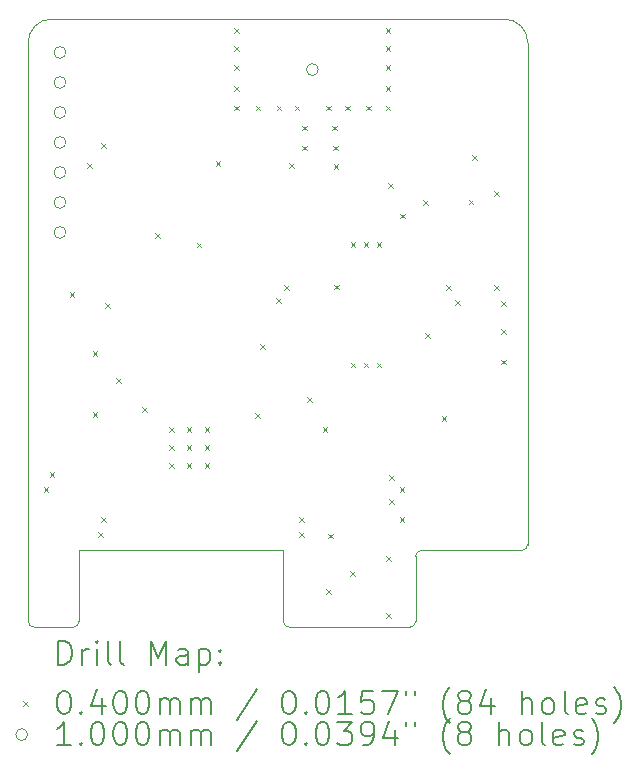
<source format=gbr>
%TF.GenerationSoftware,KiCad,Pcbnew,7.0.9*%
%TF.CreationDate,2023-12-30T12:31:23+01:00*%
%TF.ProjectId,ithowifi_4l,6974686f-7769-4666-995f-346c2e6b6963,rev?*%
%TF.SameCoordinates,Original*%
%TF.FileFunction,Drillmap*%
%TF.FilePolarity,Positive*%
%FSLAX45Y45*%
G04 Gerber Fmt 4.5, Leading zero omitted, Abs format (unit mm)*
G04 Created by KiCad (PCBNEW 7.0.9) date 2023-12-30 12:31:23*
%MOMM*%
%LPD*%
G01*
G04 APERTURE LIST*
%ADD10C,0.100000*%
%ADD11C,0.200000*%
G04 APERTURE END LIST*
D10*
X8303200Y-15596800D02*
G75*
G03*
X8353200Y-15646800I50000J0D01*
G01*
X12533200Y-10696800D02*
G75*
G03*
X12333200Y-10496800I-200000J0D01*
G01*
X12333200Y-10496800D02*
X8503200Y-10496800D01*
X12483200Y-14996800D02*
G75*
G03*
X12533200Y-14946800I0J50000D01*
G01*
X8683200Y-15646800D02*
X8353200Y-15646800D01*
X11533200Y-15646800D02*
X10513200Y-15646800D01*
X10463200Y-15596800D02*
G75*
G03*
X10513200Y-15646800I50000J0D01*
G01*
X11533200Y-15646800D02*
G75*
G03*
X11583200Y-15596800I0J50000D01*
G01*
X11583200Y-15596800D02*
X11583200Y-15046800D01*
X10463200Y-14996800D02*
X8733200Y-14996800D01*
X11633200Y-14996800D02*
G75*
G03*
X11583200Y-15046800I0J-50000D01*
G01*
X8733200Y-14996800D02*
X8733200Y-15596800D01*
X10463200Y-15596800D02*
X10463200Y-14996800D01*
X8683200Y-15646800D02*
G75*
G03*
X8733200Y-15596800I0J50000D01*
G01*
X8303200Y-15596800D02*
X8303200Y-10696800D01*
X8503200Y-10496800D02*
G75*
G03*
X8303200Y-10696800I0J-200000D01*
G01*
X12533200Y-10696800D02*
X12533200Y-14946800D01*
X12483200Y-14996800D02*
X11633200Y-14996800D01*
D11*
D10*
X8433121Y-14460539D02*
X8473121Y-14500539D01*
X8473121Y-14460539D02*
X8433121Y-14500539D01*
X8483920Y-14336080D02*
X8523920Y-14376080D01*
X8523920Y-14336080D02*
X8483920Y-14376080D01*
X8654100Y-12807000D02*
X8694100Y-12847000D01*
X8694100Y-12807000D02*
X8654100Y-12847000D01*
X8800000Y-11720000D02*
X8840000Y-11760000D01*
X8840000Y-11720000D02*
X8800000Y-11760000D01*
X8850000Y-13310000D02*
X8890000Y-13350000D01*
X8890000Y-13310000D02*
X8850000Y-13350000D01*
X8850000Y-13825000D02*
X8890000Y-13865000D01*
X8890000Y-13825000D02*
X8850000Y-13865000D01*
X8895400Y-14839000D02*
X8935400Y-14879000D01*
X8935400Y-14839000D02*
X8895400Y-14879000D01*
X8920000Y-14715000D02*
X8960000Y-14755000D01*
X8960000Y-14715000D02*
X8920000Y-14755000D01*
X8920800Y-11547160D02*
X8960800Y-11587160D01*
X8960800Y-11547160D02*
X8920800Y-11587160D01*
X8957500Y-12900000D02*
X8997500Y-12940000D01*
X8997500Y-12900000D02*
X8957500Y-12940000D01*
X9050000Y-13540000D02*
X9090000Y-13580000D01*
X9090000Y-13540000D02*
X9050000Y-13580000D01*
X9270000Y-13785000D02*
X9310000Y-13825000D01*
X9310000Y-13785000D02*
X9270000Y-13825000D01*
X9380000Y-12311700D02*
X9420000Y-12351700D01*
X9420000Y-12311700D02*
X9380000Y-12351700D01*
X9494840Y-13955080D02*
X9534840Y-13995080D01*
X9534840Y-13955080D02*
X9494840Y-13995080D01*
X9494840Y-14107480D02*
X9534840Y-14147480D01*
X9534840Y-14107480D02*
X9494840Y-14147480D01*
X9494840Y-14259880D02*
X9534840Y-14299880D01*
X9534840Y-14259880D02*
X9494840Y-14299880D01*
X9644700Y-13955080D02*
X9684700Y-13995080D01*
X9684700Y-13955080D02*
X9644700Y-13995080D01*
X9644700Y-14107480D02*
X9684700Y-14147480D01*
X9684700Y-14107480D02*
X9644700Y-14147480D01*
X9644700Y-14259880D02*
X9684700Y-14299880D01*
X9684700Y-14259880D02*
X9644700Y-14299880D01*
X9730000Y-12390000D02*
X9770000Y-12430000D01*
X9770000Y-12390000D02*
X9730000Y-12430000D01*
X9797100Y-13955080D02*
X9837100Y-13995080D01*
X9837100Y-13955080D02*
X9797100Y-13995080D01*
X9797100Y-14107480D02*
X9837100Y-14147480D01*
X9837100Y-14107480D02*
X9797100Y-14147480D01*
X9797100Y-14259880D02*
X9837100Y-14299880D01*
X9837100Y-14259880D02*
X9797100Y-14299880D01*
X9890000Y-11700000D02*
X9930000Y-11740000D01*
X9930000Y-11700000D02*
X9890000Y-11740000D01*
X10050000Y-10571800D02*
X10090000Y-10611800D01*
X10090000Y-10571800D02*
X10050000Y-10611800D01*
X10050000Y-10724200D02*
X10090000Y-10764200D01*
X10090000Y-10724200D02*
X10050000Y-10764200D01*
X10050000Y-10889300D02*
X10090000Y-10929300D01*
X10090000Y-10889300D02*
X10050000Y-10929300D01*
X10050000Y-11067100D02*
X10090000Y-11107100D01*
X10090000Y-11067100D02*
X10050000Y-11107100D01*
X10050000Y-11230000D02*
X10090000Y-11270000D01*
X10090000Y-11230000D02*
X10050000Y-11270000D01*
X10223200Y-13836800D02*
X10263200Y-13876800D01*
X10263200Y-13836800D02*
X10223200Y-13876800D01*
X10230000Y-11230000D02*
X10270000Y-11270000D01*
X10270000Y-11230000D02*
X10230000Y-11270000D01*
X10265200Y-13251500D02*
X10305200Y-13291500D01*
X10305200Y-13251500D02*
X10265200Y-13291500D01*
X10400000Y-12860000D02*
X10440000Y-12900000D01*
X10440000Y-12860000D02*
X10400000Y-12900000D01*
X10407800Y-11230000D02*
X10447800Y-11270000D01*
X10447800Y-11230000D02*
X10407800Y-11270000D01*
X10470000Y-12750000D02*
X10510000Y-12790000D01*
X10510000Y-12750000D02*
X10470000Y-12790000D01*
X10510000Y-11720000D02*
X10550000Y-11760000D01*
X10550000Y-11720000D02*
X10510000Y-11760000D01*
X10560000Y-11230000D02*
X10600000Y-11270000D01*
X10600000Y-11230000D02*
X10560000Y-11270000D01*
X10597200Y-14712000D02*
X10637200Y-14752000D01*
X10637200Y-14712000D02*
X10597200Y-14752000D01*
X10597200Y-14839000D02*
X10637200Y-14879000D01*
X10637200Y-14839000D02*
X10597200Y-14879000D01*
X10622600Y-11400000D02*
X10662600Y-11440000D01*
X10662600Y-11400000D02*
X10622600Y-11440000D01*
X10622600Y-11570000D02*
X10662600Y-11610000D01*
X10662600Y-11570000D02*
X10622600Y-11610000D01*
X10664940Y-13698540D02*
X10704940Y-13738540D01*
X10704940Y-13698540D02*
X10664940Y-13738540D01*
X10797460Y-13952540D02*
X10837460Y-13992540D01*
X10837460Y-13952540D02*
X10797460Y-13992540D01*
X10825800Y-11230000D02*
X10865800Y-11270000D01*
X10865800Y-11230000D02*
X10825800Y-11270000D01*
X10825800Y-15321600D02*
X10865800Y-15361600D01*
X10865800Y-15321600D02*
X10825800Y-15361600D01*
X10843150Y-14855100D02*
X10883150Y-14895100D01*
X10883150Y-14855100D02*
X10843150Y-14895100D01*
X10879500Y-11400000D02*
X10919500Y-11440000D01*
X10919500Y-11400000D02*
X10879500Y-11440000D01*
X10882400Y-11570000D02*
X10922400Y-11610000D01*
X10922400Y-11570000D02*
X10882400Y-11610000D01*
X10890000Y-11725000D02*
X10930000Y-11765000D01*
X10930000Y-11725000D02*
X10890000Y-11765000D01*
X10893200Y-12746801D02*
X10933200Y-12786801D01*
X10933200Y-12746801D02*
X10893200Y-12786801D01*
X10987100Y-11230000D02*
X11027100Y-11270000D01*
X11027100Y-11230000D02*
X10987100Y-11270000D01*
X11029000Y-15169200D02*
X11069000Y-15209200D01*
X11069000Y-15169200D02*
X11029000Y-15209200D01*
X11033200Y-12385360D02*
X11073200Y-12425360D01*
X11073200Y-12385360D02*
X11033200Y-12425360D01*
X11033200Y-13406800D02*
X11073200Y-13446800D01*
X11073200Y-13406800D02*
X11033200Y-13446800D01*
X11143200Y-12385360D02*
X11183200Y-12425360D01*
X11183200Y-12385360D02*
X11143200Y-12425360D01*
X11143200Y-13406800D02*
X11183200Y-13446800D01*
X11183200Y-13406800D02*
X11143200Y-13446800D01*
X11164900Y-11230000D02*
X11204900Y-11270000D01*
X11204900Y-11230000D02*
X11164900Y-11270000D01*
X11253200Y-12385360D02*
X11293200Y-12425360D01*
X11293200Y-12385360D02*
X11253200Y-12425360D01*
X11253200Y-13406800D02*
X11293200Y-13446800D01*
X11293200Y-13406800D02*
X11253200Y-13446800D01*
X11330000Y-10571800D02*
X11370000Y-10611800D01*
X11370000Y-10571800D02*
X11330000Y-10611800D01*
X11330000Y-10724200D02*
X11370000Y-10764200D01*
X11370000Y-10724200D02*
X11330000Y-10764200D01*
X11330000Y-10889300D02*
X11370000Y-10929300D01*
X11370000Y-10889300D02*
X11330000Y-10929300D01*
X11330000Y-11067100D02*
X11370000Y-11107100D01*
X11370000Y-11067100D02*
X11330000Y-11107100D01*
X11330000Y-11230000D02*
X11370000Y-11270000D01*
X11370000Y-11230000D02*
X11330000Y-11270000D01*
X11333800Y-15042200D02*
X11373800Y-15082200D01*
X11373800Y-15042200D02*
X11333800Y-15082200D01*
X11333800Y-15524800D02*
X11373800Y-15564800D01*
X11373800Y-15524800D02*
X11333800Y-15564800D01*
X11350000Y-11890000D02*
X11390000Y-11930000D01*
X11390000Y-11890000D02*
X11350000Y-11930000D01*
X11359200Y-14356400D02*
X11399200Y-14396400D01*
X11399200Y-14356400D02*
X11359200Y-14396400D01*
X11359200Y-14559600D02*
X11399200Y-14599600D01*
X11399200Y-14559600D02*
X11359200Y-14599600D01*
X11448100Y-14458000D02*
X11488100Y-14498000D01*
X11488100Y-14458000D02*
X11448100Y-14498000D01*
X11448100Y-14712000D02*
X11488100Y-14752000D01*
X11488100Y-14712000D02*
X11448100Y-14752000D01*
X11455001Y-12145000D02*
X11495001Y-12185000D01*
X11495001Y-12145000D02*
X11455001Y-12185000D01*
X11649700Y-12033900D02*
X11689700Y-12073900D01*
X11689700Y-12033900D02*
X11649700Y-12073900D01*
X11664999Y-13160000D02*
X11704999Y-13200000D01*
X11704999Y-13160000D02*
X11664999Y-13200000D01*
X11805000Y-13860000D02*
X11845000Y-13900000D01*
X11845000Y-13860000D02*
X11805000Y-13900000D01*
X11839568Y-12747618D02*
X11879568Y-12787618D01*
X11879568Y-12747618D02*
X11839568Y-12787618D01*
X11920000Y-12880000D02*
X11960000Y-12920000D01*
X11960000Y-12880000D02*
X11920000Y-12920000D01*
X12033200Y-12026800D02*
X12073200Y-12066800D01*
X12073200Y-12026800D02*
X12033200Y-12066800D01*
X12061309Y-11648690D02*
X12101309Y-11688690D01*
X12101309Y-11648690D02*
X12061309Y-11688690D01*
X12248200Y-11956100D02*
X12288200Y-11996100D01*
X12288200Y-11956100D02*
X12248200Y-11996100D01*
X12248200Y-12749850D02*
X12288200Y-12789850D01*
X12288200Y-12749850D02*
X12248200Y-12789850D01*
X12309000Y-13124000D02*
X12349000Y-13164000D01*
X12349000Y-13124000D02*
X12309000Y-13164000D01*
X12310000Y-12885000D02*
X12350000Y-12925000D01*
X12350000Y-12885000D02*
X12310000Y-12925000D01*
X12310000Y-13381000D02*
X12350000Y-13421000D01*
X12350000Y-13381000D02*
X12310000Y-13421000D01*
X8622500Y-10779760D02*
G75*
G03*
X8622500Y-10779760I-50000J0D01*
G01*
X8622500Y-11033760D02*
G75*
G03*
X8622500Y-11033760I-50000J0D01*
G01*
X8622500Y-11287760D02*
G75*
G03*
X8622500Y-11287760I-50000J0D01*
G01*
X8622500Y-11541760D02*
G75*
G03*
X8622500Y-11541760I-50000J0D01*
G01*
X8622500Y-11795760D02*
G75*
G03*
X8622500Y-11795760I-50000J0D01*
G01*
X8622500Y-12049760D02*
G75*
G03*
X8622500Y-12049760I-50000J0D01*
G01*
X8622500Y-12303760D02*
G75*
G03*
X8622500Y-12303760I-50000J0D01*
G01*
X10760078Y-10925146D02*
G75*
G03*
X10760078Y-10925146I-50000J0D01*
G01*
D11*
X8558977Y-15963284D02*
X8558977Y-15763284D01*
X8558977Y-15763284D02*
X8606596Y-15763284D01*
X8606596Y-15763284D02*
X8635167Y-15772808D01*
X8635167Y-15772808D02*
X8654215Y-15791855D01*
X8654215Y-15791855D02*
X8663739Y-15810903D01*
X8663739Y-15810903D02*
X8673263Y-15848998D01*
X8673263Y-15848998D02*
X8673263Y-15877569D01*
X8673263Y-15877569D02*
X8663739Y-15915665D01*
X8663739Y-15915665D02*
X8654215Y-15934712D01*
X8654215Y-15934712D02*
X8635167Y-15953760D01*
X8635167Y-15953760D02*
X8606596Y-15963284D01*
X8606596Y-15963284D02*
X8558977Y-15963284D01*
X8758977Y-15963284D02*
X8758977Y-15829950D01*
X8758977Y-15868046D02*
X8768501Y-15848998D01*
X8768501Y-15848998D02*
X8778024Y-15839474D01*
X8778024Y-15839474D02*
X8797072Y-15829950D01*
X8797072Y-15829950D02*
X8816120Y-15829950D01*
X8882786Y-15963284D02*
X8882786Y-15829950D01*
X8882786Y-15763284D02*
X8873263Y-15772808D01*
X8873263Y-15772808D02*
X8882786Y-15782331D01*
X8882786Y-15782331D02*
X8892310Y-15772808D01*
X8892310Y-15772808D02*
X8882786Y-15763284D01*
X8882786Y-15763284D02*
X8882786Y-15782331D01*
X9006596Y-15963284D02*
X8987548Y-15953760D01*
X8987548Y-15953760D02*
X8978024Y-15934712D01*
X8978024Y-15934712D02*
X8978024Y-15763284D01*
X9111358Y-15963284D02*
X9092310Y-15953760D01*
X9092310Y-15953760D02*
X9082786Y-15934712D01*
X9082786Y-15934712D02*
X9082786Y-15763284D01*
X9339929Y-15963284D02*
X9339929Y-15763284D01*
X9339929Y-15763284D02*
X9406596Y-15906141D01*
X9406596Y-15906141D02*
X9473263Y-15763284D01*
X9473263Y-15763284D02*
X9473263Y-15963284D01*
X9654215Y-15963284D02*
X9654215Y-15858522D01*
X9654215Y-15858522D02*
X9644691Y-15839474D01*
X9644691Y-15839474D02*
X9625644Y-15829950D01*
X9625644Y-15829950D02*
X9587548Y-15829950D01*
X9587548Y-15829950D02*
X9568501Y-15839474D01*
X9654215Y-15953760D02*
X9635167Y-15963284D01*
X9635167Y-15963284D02*
X9587548Y-15963284D01*
X9587548Y-15963284D02*
X9568501Y-15953760D01*
X9568501Y-15953760D02*
X9558977Y-15934712D01*
X9558977Y-15934712D02*
X9558977Y-15915665D01*
X9558977Y-15915665D02*
X9568501Y-15896617D01*
X9568501Y-15896617D02*
X9587548Y-15887093D01*
X9587548Y-15887093D02*
X9635167Y-15887093D01*
X9635167Y-15887093D02*
X9654215Y-15877569D01*
X9749453Y-15829950D02*
X9749453Y-16029950D01*
X9749453Y-15839474D02*
X9768501Y-15829950D01*
X9768501Y-15829950D02*
X9806596Y-15829950D01*
X9806596Y-15829950D02*
X9825644Y-15839474D01*
X9825644Y-15839474D02*
X9835167Y-15848998D01*
X9835167Y-15848998D02*
X9844691Y-15868046D01*
X9844691Y-15868046D02*
X9844691Y-15925188D01*
X9844691Y-15925188D02*
X9835167Y-15944236D01*
X9835167Y-15944236D02*
X9825644Y-15953760D01*
X9825644Y-15953760D02*
X9806596Y-15963284D01*
X9806596Y-15963284D02*
X9768501Y-15963284D01*
X9768501Y-15963284D02*
X9749453Y-15953760D01*
X9930405Y-15944236D02*
X9939929Y-15953760D01*
X9939929Y-15953760D02*
X9930405Y-15963284D01*
X9930405Y-15963284D02*
X9920882Y-15953760D01*
X9920882Y-15953760D02*
X9930405Y-15944236D01*
X9930405Y-15944236D02*
X9930405Y-15963284D01*
X9930405Y-15839474D02*
X9939929Y-15848998D01*
X9939929Y-15848998D02*
X9930405Y-15858522D01*
X9930405Y-15858522D02*
X9920882Y-15848998D01*
X9920882Y-15848998D02*
X9930405Y-15839474D01*
X9930405Y-15839474D02*
X9930405Y-15858522D01*
D10*
X8258200Y-16271800D02*
X8298200Y-16311800D01*
X8298200Y-16271800D02*
X8258200Y-16311800D01*
D11*
X8597072Y-16183284D02*
X8616120Y-16183284D01*
X8616120Y-16183284D02*
X8635167Y-16192808D01*
X8635167Y-16192808D02*
X8644691Y-16202331D01*
X8644691Y-16202331D02*
X8654215Y-16221379D01*
X8654215Y-16221379D02*
X8663739Y-16259474D01*
X8663739Y-16259474D02*
X8663739Y-16307093D01*
X8663739Y-16307093D02*
X8654215Y-16345188D01*
X8654215Y-16345188D02*
X8644691Y-16364236D01*
X8644691Y-16364236D02*
X8635167Y-16373760D01*
X8635167Y-16373760D02*
X8616120Y-16383284D01*
X8616120Y-16383284D02*
X8597072Y-16383284D01*
X8597072Y-16383284D02*
X8578024Y-16373760D01*
X8578024Y-16373760D02*
X8568501Y-16364236D01*
X8568501Y-16364236D02*
X8558977Y-16345188D01*
X8558977Y-16345188D02*
X8549453Y-16307093D01*
X8549453Y-16307093D02*
X8549453Y-16259474D01*
X8549453Y-16259474D02*
X8558977Y-16221379D01*
X8558977Y-16221379D02*
X8568501Y-16202331D01*
X8568501Y-16202331D02*
X8578024Y-16192808D01*
X8578024Y-16192808D02*
X8597072Y-16183284D01*
X8749453Y-16364236D02*
X8758977Y-16373760D01*
X8758977Y-16373760D02*
X8749453Y-16383284D01*
X8749453Y-16383284D02*
X8739929Y-16373760D01*
X8739929Y-16373760D02*
X8749453Y-16364236D01*
X8749453Y-16364236D02*
X8749453Y-16383284D01*
X8930405Y-16249950D02*
X8930405Y-16383284D01*
X8882786Y-16173760D02*
X8835167Y-16316617D01*
X8835167Y-16316617D02*
X8958977Y-16316617D01*
X9073263Y-16183284D02*
X9092310Y-16183284D01*
X9092310Y-16183284D02*
X9111358Y-16192808D01*
X9111358Y-16192808D02*
X9120882Y-16202331D01*
X9120882Y-16202331D02*
X9130405Y-16221379D01*
X9130405Y-16221379D02*
X9139929Y-16259474D01*
X9139929Y-16259474D02*
X9139929Y-16307093D01*
X9139929Y-16307093D02*
X9130405Y-16345188D01*
X9130405Y-16345188D02*
X9120882Y-16364236D01*
X9120882Y-16364236D02*
X9111358Y-16373760D01*
X9111358Y-16373760D02*
X9092310Y-16383284D01*
X9092310Y-16383284D02*
X9073263Y-16383284D01*
X9073263Y-16383284D02*
X9054215Y-16373760D01*
X9054215Y-16373760D02*
X9044691Y-16364236D01*
X9044691Y-16364236D02*
X9035167Y-16345188D01*
X9035167Y-16345188D02*
X9025644Y-16307093D01*
X9025644Y-16307093D02*
X9025644Y-16259474D01*
X9025644Y-16259474D02*
X9035167Y-16221379D01*
X9035167Y-16221379D02*
X9044691Y-16202331D01*
X9044691Y-16202331D02*
X9054215Y-16192808D01*
X9054215Y-16192808D02*
X9073263Y-16183284D01*
X9263739Y-16183284D02*
X9282786Y-16183284D01*
X9282786Y-16183284D02*
X9301834Y-16192808D01*
X9301834Y-16192808D02*
X9311358Y-16202331D01*
X9311358Y-16202331D02*
X9320882Y-16221379D01*
X9320882Y-16221379D02*
X9330405Y-16259474D01*
X9330405Y-16259474D02*
X9330405Y-16307093D01*
X9330405Y-16307093D02*
X9320882Y-16345188D01*
X9320882Y-16345188D02*
X9311358Y-16364236D01*
X9311358Y-16364236D02*
X9301834Y-16373760D01*
X9301834Y-16373760D02*
X9282786Y-16383284D01*
X9282786Y-16383284D02*
X9263739Y-16383284D01*
X9263739Y-16383284D02*
X9244691Y-16373760D01*
X9244691Y-16373760D02*
X9235167Y-16364236D01*
X9235167Y-16364236D02*
X9225644Y-16345188D01*
X9225644Y-16345188D02*
X9216120Y-16307093D01*
X9216120Y-16307093D02*
X9216120Y-16259474D01*
X9216120Y-16259474D02*
X9225644Y-16221379D01*
X9225644Y-16221379D02*
X9235167Y-16202331D01*
X9235167Y-16202331D02*
X9244691Y-16192808D01*
X9244691Y-16192808D02*
X9263739Y-16183284D01*
X9416120Y-16383284D02*
X9416120Y-16249950D01*
X9416120Y-16268998D02*
X9425644Y-16259474D01*
X9425644Y-16259474D02*
X9444691Y-16249950D01*
X9444691Y-16249950D02*
X9473263Y-16249950D01*
X9473263Y-16249950D02*
X9492310Y-16259474D01*
X9492310Y-16259474D02*
X9501834Y-16278522D01*
X9501834Y-16278522D02*
X9501834Y-16383284D01*
X9501834Y-16278522D02*
X9511358Y-16259474D01*
X9511358Y-16259474D02*
X9530405Y-16249950D01*
X9530405Y-16249950D02*
X9558977Y-16249950D01*
X9558977Y-16249950D02*
X9578025Y-16259474D01*
X9578025Y-16259474D02*
X9587548Y-16278522D01*
X9587548Y-16278522D02*
X9587548Y-16383284D01*
X9682786Y-16383284D02*
X9682786Y-16249950D01*
X9682786Y-16268998D02*
X9692310Y-16259474D01*
X9692310Y-16259474D02*
X9711358Y-16249950D01*
X9711358Y-16249950D02*
X9739929Y-16249950D01*
X9739929Y-16249950D02*
X9758977Y-16259474D01*
X9758977Y-16259474D02*
X9768501Y-16278522D01*
X9768501Y-16278522D02*
X9768501Y-16383284D01*
X9768501Y-16278522D02*
X9778025Y-16259474D01*
X9778025Y-16259474D02*
X9797072Y-16249950D01*
X9797072Y-16249950D02*
X9825644Y-16249950D01*
X9825644Y-16249950D02*
X9844691Y-16259474D01*
X9844691Y-16259474D02*
X9854215Y-16278522D01*
X9854215Y-16278522D02*
X9854215Y-16383284D01*
X10244691Y-16173760D02*
X10073263Y-16430903D01*
X10501834Y-16183284D02*
X10520882Y-16183284D01*
X10520882Y-16183284D02*
X10539929Y-16192808D01*
X10539929Y-16192808D02*
X10549453Y-16202331D01*
X10549453Y-16202331D02*
X10558977Y-16221379D01*
X10558977Y-16221379D02*
X10568501Y-16259474D01*
X10568501Y-16259474D02*
X10568501Y-16307093D01*
X10568501Y-16307093D02*
X10558977Y-16345188D01*
X10558977Y-16345188D02*
X10549453Y-16364236D01*
X10549453Y-16364236D02*
X10539929Y-16373760D01*
X10539929Y-16373760D02*
X10520882Y-16383284D01*
X10520882Y-16383284D02*
X10501834Y-16383284D01*
X10501834Y-16383284D02*
X10482787Y-16373760D01*
X10482787Y-16373760D02*
X10473263Y-16364236D01*
X10473263Y-16364236D02*
X10463739Y-16345188D01*
X10463739Y-16345188D02*
X10454215Y-16307093D01*
X10454215Y-16307093D02*
X10454215Y-16259474D01*
X10454215Y-16259474D02*
X10463739Y-16221379D01*
X10463739Y-16221379D02*
X10473263Y-16202331D01*
X10473263Y-16202331D02*
X10482787Y-16192808D01*
X10482787Y-16192808D02*
X10501834Y-16183284D01*
X10654215Y-16364236D02*
X10663739Y-16373760D01*
X10663739Y-16373760D02*
X10654215Y-16383284D01*
X10654215Y-16383284D02*
X10644691Y-16373760D01*
X10644691Y-16373760D02*
X10654215Y-16364236D01*
X10654215Y-16364236D02*
X10654215Y-16383284D01*
X10787548Y-16183284D02*
X10806596Y-16183284D01*
X10806596Y-16183284D02*
X10825644Y-16192808D01*
X10825644Y-16192808D02*
X10835168Y-16202331D01*
X10835168Y-16202331D02*
X10844691Y-16221379D01*
X10844691Y-16221379D02*
X10854215Y-16259474D01*
X10854215Y-16259474D02*
X10854215Y-16307093D01*
X10854215Y-16307093D02*
X10844691Y-16345188D01*
X10844691Y-16345188D02*
X10835168Y-16364236D01*
X10835168Y-16364236D02*
X10825644Y-16373760D01*
X10825644Y-16373760D02*
X10806596Y-16383284D01*
X10806596Y-16383284D02*
X10787548Y-16383284D01*
X10787548Y-16383284D02*
X10768501Y-16373760D01*
X10768501Y-16373760D02*
X10758977Y-16364236D01*
X10758977Y-16364236D02*
X10749453Y-16345188D01*
X10749453Y-16345188D02*
X10739929Y-16307093D01*
X10739929Y-16307093D02*
X10739929Y-16259474D01*
X10739929Y-16259474D02*
X10749453Y-16221379D01*
X10749453Y-16221379D02*
X10758977Y-16202331D01*
X10758977Y-16202331D02*
X10768501Y-16192808D01*
X10768501Y-16192808D02*
X10787548Y-16183284D01*
X11044691Y-16383284D02*
X10930406Y-16383284D01*
X10987548Y-16383284D02*
X10987548Y-16183284D01*
X10987548Y-16183284D02*
X10968501Y-16211855D01*
X10968501Y-16211855D02*
X10949453Y-16230903D01*
X10949453Y-16230903D02*
X10930406Y-16240427D01*
X11225644Y-16183284D02*
X11130406Y-16183284D01*
X11130406Y-16183284D02*
X11120882Y-16278522D01*
X11120882Y-16278522D02*
X11130406Y-16268998D01*
X11130406Y-16268998D02*
X11149453Y-16259474D01*
X11149453Y-16259474D02*
X11197072Y-16259474D01*
X11197072Y-16259474D02*
X11216120Y-16268998D01*
X11216120Y-16268998D02*
X11225644Y-16278522D01*
X11225644Y-16278522D02*
X11235167Y-16297569D01*
X11235167Y-16297569D02*
X11235167Y-16345188D01*
X11235167Y-16345188D02*
X11225644Y-16364236D01*
X11225644Y-16364236D02*
X11216120Y-16373760D01*
X11216120Y-16373760D02*
X11197072Y-16383284D01*
X11197072Y-16383284D02*
X11149453Y-16383284D01*
X11149453Y-16383284D02*
X11130406Y-16373760D01*
X11130406Y-16373760D02*
X11120882Y-16364236D01*
X11301834Y-16183284D02*
X11435167Y-16183284D01*
X11435167Y-16183284D02*
X11349453Y-16383284D01*
X11501834Y-16183284D02*
X11501834Y-16221379D01*
X11578025Y-16183284D02*
X11578025Y-16221379D01*
X11873263Y-16459474D02*
X11863739Y-16449950D01*
X11863739Y-16449950D02*
X11844691Y-16421379D01*
X11844691Y-16421379D02*
X11835168Y-16402331D01*
X11835168Y-16402331D02*
X11825644Y-16373760D01*
X11825644Y-16373760D02*
X11816120Y-16326141D01*
X11816120Y-16326141D02*
X11816120Y-16288046D01*
X11816120Y-16288046D02*
X11825644Y-16240427D01*
X11825644Y-16240427D02*
X11835168Y-16211855D01*
X11835168Y-16211855D02*
X11844691Y-16192808D01*
X11844691Y-16192808D02*
X11863739Y-16164236D01*
X11863739Y-16164236D02*
X11873263Y-16154712D01*
X11978025Y-16268998D02*
X11958977Y-16259474D01*
X11958977Y-16259474D02*
X11949453Y-16249950D01*
X11949453Y-16249950D02*
X11939929Y-16230903D01*
X11939929Y-16230903D02*
X11939929Y-16221379D01*
X11939929Y-16221379D02*
X11949453Y-16202331D01*
X11949453Y-16202331D02*
X11958977Y-16192808D01*
X11958977Y-16192808D02*
X11978025Y-16183284D01*
X11978025Y-16183284D02*
X12016120Y-16183284D01*
X12016120Y-16183284D02*
X12035168Y-16192808D01*
X12035168Y-16192808D02*
X12044691Y-16202331D01*
X12044691Y-16202331D02*
X12054215Y-16221379D01*
X12054215Y-16221379D02*
X12054215Y-16230903D01*
X12054215Y-16230903D02*
X12044691Y-16249950D01*
X12044691Y-16249950D02*
X12035168Y-16259474D01*
X12035168Y-16259474D02*
X12016120Y-16268998D01*
X12016120Y-16268998D02*
X11978025Y-16268998D01*
X11978025Y-16268998D02*
X11958977Y-16278522D01*
X11958977Y-16278522D02*
X11949453Y-16288046D01*
X11949453Y-16288046D02*
X11939929Y-16307093D01*
X11939929Y-16307093D02*
X11939929Y-16345188D01*
X11939929Y-16345188D02*
X11949453Y-16364236D01*
X11949453Y-16364236D02*
X11958977Y-16373760D01*
X11958977Y-16373760D02*
X11978025Y-16383284D01*
X11978025Y-16383284D02*
X12016120Y-16383284D01*
X12016120Y-16383284D02*
X12035168Y-16373760D01*
X12035168Y-16373760D02*
X12044691Y-16364236D01*
X12044691Y-16364236D02*
X12054215Y-16345188D01*
X12054215Y-16345188D02*
X12054215Y-16307093D01*
X12054215Y-16307093D02*
X12044691Y-16288046D01*
X12044691Y-16288046D02*
X12035168Y-16278522D01*
X12035168Y-16278522D02*
X12016120Y-16268998D01*
X12225644Y-16249950D02*
X12225644Y-16383284D01*
X12178025Y-16173760D02*
X12130406Y-16316617D01*
X12130406Y-16316617D02*
X12254215Y-16316617D01*
X12482787Y-16383284D02*
X12482787Y-16183284D01*
X12568501Y-16383284D02*
X12568501Y-16278522D01*
X12568501Y-16278522D02*
X12558977Y-16259474D01*
X12558977Y-16259474D02*
X12539930Y-16249950D01*
X12539930Y-16249950D02*
X12511358Y-16249950D01*
X12511358Y-16249950D02*
X12492310Y-16259474D01*
X12492310Y-16259474D02*
X12482787Y-16268998D01*
X12692310Y-16383284D02*
X12673263Y-16373760D01*
X12673263Y-16373760D02*
X12663739Y-16364236D01*
X12663739Y-16364236D02*
X12654215Y-16345188D01*
X12654215Y-16345188D02*
X12654215Y-16288046D01*
X12654215Y-16288046D02*
X12663739Y-16268998D01*
X12663739Y-16268998D02*
X12673263Y-16259474D01*
X12673263Y-16259474D02*
X12692310Y-16249950D01*
X12692310Y-16249950D02*
X12720882Y-16249950D01*
X12720882Y-16249950D02*
X12739930Y-16259474D01*
X12739930Y-16259474D02*
X12749453Y-16268998D01*
X12749453Y-16268998D02*
X12758977Y-16288046D01*
X12758977Y-16288046D02*
X12758977Y-16345188D01*
X12758977Y-16345188D02*
X12749453Y-16364236D01*
X12749453Y-16364236D02*
X12739930Y-16373760D01*
X12739930Y-16373760D02*
X12720882Y-16383284D01*
X12720882Y-16383284D02*
X12692310Y-16383284D01*
X12873263Y-16383284D02*
X12854215Y-16373760D01*
X12854215Y-16373760D02*
X12844691Y-16354712D01*
X12844691Y-16354712D02*
X12844691Y-16183284D01*
X13025644Y-16373760D02*
X13006596Y-16383284D01*
X13006596Y-16383284D02*
X12968501Y-16383284D01*
X12968501Y-16383284D02*
X12949453Y-16373760D01*
X12949453Y-16373760D02*
X12939930Y-16354712D01*
X12939930Y-16354712D02*
X12939930Y-16278522D01*
X12939930Y-16278522D02*
X12949453Y-16259474D01*
X12949453Y-16259474D02*
X12968501Y-16249950D01*
X12968501Y-16249950D02*
X13006596Y-16249950D01*
X13006596Y-16249950D02*
X13025644Y-16259474D01*
X13025644Y-16259474D02*
X13035168Y-16278522D01*
X13035168Y-16278522D02*
X13035168Y-16297569D01*
X13035168Y-16297569D02*
X12939930Y-16316617D01*
X13111358Y-16373760D02*
X13130406Y-16383284D01*
X13130406Y-16383284D02*
X13168501Y-16383284D01*
X13168501Y-16383284D02*
X13187549Y-16373760D01*
X13187549Y-16373760D02*
X13197072Y-16354712D01*
X13197072Y-16354712D02*
X13197072Y-16345188D01*
X13197072Y-16345188D02*
X13187549Y-16326141D01*
X13187549Y-16326141D02*
X13168501Y-16316617D01*
X13168501Y-16316617D02*
X13139930Y-16316617D01*
X13139930Y-16316617D02*
X13120882Y-16307093D01*
X13120882Y-16307093D02*
X13111358Y-16288046D01*
X13111358Y-16288046D02*
X13111358Y-16278522D01*
X13111358Y-16278522D02*
X13120882Y-16259474D01*
X13120882Y-16259474D02*
X13139930Y-16249950D01*
X13139930Y-16249950D02*
X13168501Y-16249950D01*
X13168501Y-16249950D02*
X13187549Y-16259474D01*
X13263739Y-16459474D02*
X13273263Y-16449950D01*
X13273263Y-16449950D02*
X13292311Y-16421379D01*
X13292311Y-16421379D02*
X13301834Y-16402331D01*
X13301834Y-16402331D02*
X13311358Y-16373760D01*
X13311358Y-16373760D02*
X13320882Y-16326141D01*
X13320882Y-16326141D02*
X13320882Y-16288046D01*
X13320882Y-16288046D02*
X13311358Y-16240427D01*
X13311358Y-16240427D02*
X13301834Y-16211855D01*
X13301834Y-16211855D02*
X13292311Y-16192808D01*
X13292311Y-16192808D02*
X13273263Y-16164236D01*
X13273263Y-16164236D02*
X13263739Y-16154712D01*
D10*
X8298200Y-16555800D02*
G75*
G03*
X8298200Y-16555800I-50000J0D01*
G01*
D11*
X8663739Y-16647284D02*
X8549453Y-16647284D01*
X8606596Y-16647284D02*
X8606596Y-16447284D01*
X8606596Y-16447284D02*
X8587548Y-16475855D01*
X8587548Y-16475855D02*
X8568501Y-16494903D01*
X8568501Y-16494903D02*
X8549453Y-16504427D01*
X8749453Y-16628236D02*
X8758977Y-16637760D01*
X8758977Y-16637760D02*
X8749453Y-16647284D01*
X8749453Y-16647284D02*
X8739929Y-16637760D01*
X8739929Y-16637760D02*
X8749453Y-16628236D01*
X8749453Y-16628236D02*
X8749453Y-16647284D01*
X8882786Y-16447284D02*
X8901834Y-16447284D01*
X8901834Y-16447284D02*
X8920882Y-16456808D01*
X8920882Y-16456808D02*
X8930405Y-16466331D01*
X8930405Y-16466331D02*
X8939929Y-16485379D01*
X8939929Y-16485379D02*
X8949453Y-16523474D01*
X8949453Y-16523474D02*
X8949453Y-16571093D01*
X8949453Y-16571093D02*
X8939929Y-16609188D01*
X8939929Y-16609188D02*
X8930405Y-16628236D01*
X8930405Y-16628236D02*
X8920882Y-16637760D01*
X8920882Y-16637760D02*
X8901834Y-16647284D01*
X8901834Y-16647284D02*
X8882786Y-16647284D01*
X8882786Y-16647284D02*
X8863739Y-16637760D01*
X8863739Y-16637760D02*
X8854215Y-16628236D01*
X8854215Y-16628236D02*
X8844691Y-16609188D01*
X8844691Y-16609188D02*
X8835167Y-16571093D01*
X8835167Y-16571093D02*
X8835167Y-16523474D01*
X8835167Y-16523474D02*
X8844691Y-16485379D01*
X8844691Y-16485379D02*
X8854215Y-16466331D01*
X8854215Y-16466331D02*
X8863739Y-16456808D01*
X8863739Y-16456808D02*
X8882786Y-16447284D01*
X9073263Y-16447284D02*
X9092310Y-16447284D01*
X9092310Y-16447284D02*
X9111358Y-16456808D01*
X9111358Y-16456808D02*
X9120882Y-16466331D01*
X9120882Y-16466331D02*
X9130405Y-16485379D01*
X9130405Y-16485379D02*
X9139929Y-16523474D01*
X9139929Y-16523474D02*
X9139929Y-16571093D01*
X9139929Y-16571093D02*
X9130405Y-16609188D01*
X9130405Y-16609188D02*
X9120882Y-16628236D01*
X9120882Y-16628236D02*
X9111358Y-16637760D01*
X9111358Y-16637760D02*
X9092310Y-16647284D01*
X9092310Y-16647284D02*
X9073263Y-16647284D01*
X9073263Y-16647284D02*
X9054215Y-16637760D01*
X9054215Y-16637760D02*
X9044691Y-16628236D01*
X9044691Y-16628236D02*
X9035167Y-16609188D01*
X9035167Y-16609188D02*
X9025644Y-16571093D01*
X9025644Y-16571093D02*
X9025644Y-16523474D01*
X9025644Y-16523474D02*
X9035167Y-16485379D01*
X9035167Y-16485379D02*
X9044691Y-16466331D01*
X9044691Y-16466331D02*
X9054215Y-16456808D01*
X9054215Y-16456808D02*
X9073263Y-16447284D01*
X9263739Y-16447284D02*
X9282786Y-16447284D01*
X9282786Y-16447284D02*
X9301834Y-16456808D01*
X9301834Y-16456808D02*
X9311358Y-16466331D01*
X9311358Y-16466331D02*
X9320882Y-16485379D01*
X9320882Y-16485379D02*
X9330405Y-16523474D01*
X9330405Y-16523474D02*
X9330405Y-16571093D01*
X9330405Y-16571093D02*
X9320882Y-16609188D01*
X9320882Y-16609188D02*
X9311358Y-16628236D01*
X9311358Y-16628236D02*
X9301834Y-16637760D01*
X9301834Y-16637760D02*
X9282786Y-16647284D01*
X9282786Y-16647284D02*
X9263739Y-16647284D01*
X9263739Y-16647284D02*
X9244691Y-16637760D01*
X9244691Y-16637760D02*
X9235167Y-16628236D01*
X9235167Y-16628236D02*
X9225644Y-16609188D01*
X9225644Y-16609188D02*
X9216120Y-16571093D01*
X9216120Y-16571093D02*
X9216120Y-16523474D01*
X9216120Y-16523474D02*
X9225644Y-16485379D01*
X9225644Y-16485379D02*
X9235167Y-16466331D01*
X9235167Y-16466331D02*
X9244691Y-16456808D01*
X9244691Y-16456808D02*
X9263739Y-16447284D01*
X9416120Y-16647284D02*
X9416120Y-16513950D01*
X9416120Y-16532998D02*
X9425644Y-16523474D01*
X9425644Y-16523474D02*
X9444691Y-16513950D01*
X9444691Y-16513950D02*
X9473263Y-16513950D01*
X9473263Y-16513950D02*
X9492310Y-16523474D01*
X9492310Y-16523474D02*
X9501834Y-16542522D01*
X9501834Y-16542522D02*
X9501834Y-16647284D01*
X9501834Y-16542522D02*
X9511358Y-16523474D01*
X9511358Y-16523474D02*
X9530405Y-16513950D01*
X9530405Y-16513950D02*
X9558977Y-16513950D01*
X9558977Y-16513950D02*
X9578025Y-16523474D01*
X9578025Y-16523474D02*
X9587548Y-16542522D01*
X9587548Y-16542522D02*
X9587548Y-16647284D01*
X9682786Y-16647284D02*
X9682786Y-16513950D01*
X9682786Y-16532998D02*
X9692310Y-16523474D01*
X9692310Y-16523474D02*
X9711358Y-16513950D01*
X9711358Y-16513950D02*
X9739929Y-16513950D01*
X9739929Y-16513950D02*
X9758977Y-16523474D01*
X9758977Y-16523474D02*
X9768501Y-16542522D01*
X9768501Y-16542522D02*
X9768501Y-16647284D01*
X9768501Y-16542522D02*
X9778025Y-16523474D01*
X9778025Y-16523474D02*
X9797072Y-16513950D01*
X9797072Y-16513950D02*
X9825644Y-16513950D01*
X9825644Y-16513950D02*
X9844691Y-16523474D01*
X9844691Y-16523474D02*
X9854215Y-16542522D01*
X9854215Y-16542522D02*
X9854215Y-16647284D01*
X10244691Y-16437760D02*
X10073263Y-16694903D01*
X10501834Y-16447284D02*
X10520882Y-16447284D01*
X10520882Y-16447284D02*
X10539929Y-16456808D01*
X10539929Y-16456808D02*
X10549453Y-16466331D01*
X10549453Y-16466331D02*
X10558977Y-16485379D01*
X10558977Y-16485379D02*
X10568501Y-16523474D01*
X10568501Y-16523474D02*
X10568501Y-16571093D01*
X10568501Y-16571093D02*
X10558977Y-16609188D01*
X10558977Y-16609188D02*
X10549453Y-16628236D01*
X10549453Y-16628236D02*
X10539929Y-16637760D01*
X10539929Y-16637760D02*
X10520882Y-16647284D01*
X10520882Y-16647284D02*
X10501834Y-16647284D01*
X10501834Y-16647284D02*
X10482787Y-16637760D01*
X10482787Y-16637760D02*
X10473263Y-16628236D01*
X10473263Y-16628236D02*
X10463739Y-16609188D01*
X10463739Y-16609188D02*
X10454215Y-16571093D01*
X10454215Y-16571093D02*
X10454215Y-16523474D01*
X10454215Y-16523474D02*
X10463739Y-16485379D01*
X10463739Y-16485379D02*
X10473263Y-16466331D01*
X10473263Y-16466331D02*
X10482787Y-16456808D01*
X10482787Y-16456808D02*
X10501834Y-16447284D01*
X10654215Y-16628236D02*
X10663739Y-16637760D01*
X10663739Y-16637760D02*
X10654215Y-16647284D01*
X10654215Y-16647284D02*
X10644691Y-16637760D01*
X10644691Y-16637760D02*
X10654215Y-16628236D01*
X10654215Y-16628236D02*
X10654215Y-16647284D01*
X10787548Y-16447284D02*
X10806596Y-16447284D01*
X10806596Y-16447284D02*
X10825644Y-16456808D01*
X10825644Y-16456808D02*
X10835168Y-16466331D01*
X10835168Y-16466331D02*
X10844691Y-16485379D01*
X10844691Y-16485379D02*
X10854215Y-16523474D01*
X10854215Y-16523474D02*
X10854215Y-16571093D01*
X10854215Y-16571093D02*
X10844691Y-16609188D01*
X10844691Y-16609188D02*
X10835168Y-16628236D01*
X10835168Y-16628236D02*
X10825644Y-16637760D01*
X10825644Y-16637760D02*
X10806596Y-16647284D01*
X10806596Y-16647284D02*
X10787548Y-16647284D01*
X10787548Y-16647284D02*
X10768501Y-16637760D01*
X10768501Y-16637760D02*
X10758977Y-16628236D01*
X10758977Y-16628236D02*
X10749453Y-16609188D01*
X10749453Y-16609188D02*
X10739929Y-16571093D01*
X10739929Y-16571093D02*
X10739929Y-16523474D01*
X10739929Y-16523474D02*
X10749453Y-16485379D01*
X10749453Y-16485379D02*
X10758977Y-16466331D01*
X10758977Y-16466331D02*
X10768501Y-16456808D01*
X10768501Y-16456808D02*
X10787548Y-16447284D01*
X10920882Y-16447284D02*
X11044691Y-16447284D01*
X11044691Y-16447284D02*
X10978025Y-16523474D01*
X10978025Y-16523474D02*
X11006596Y-16523474D01*
X11006596Y-16523474D02*
X11025644Y-16532998D01*
X11025644Y-16532998D02*
X11035168Y-16542522D01*
X11035168Y-16542522D02*
X11044691Y-16561569D01*
X11044691Y-16561569D02*
X11044691Y-16609188D01*
X11044691Y-16609188D02*
X11035168Y-16628236D01*
X11035168Y-16628236D02*
X11025644Y-16637760D01*
X11025644Y-16637760D02*
X11006596Y-16647284D01*
X11006596Y-16647284D02*
X10949453Y-16647284D01*
X10949453Y-16647284D02*
X10930406Y-16637760D01*
X10930406Y-16637760D02*
X10920882Y-16628236D01*
X11139929Y-16647284D02*
X11178025Y-16647284D01*
X11178025Y-16647284D02*
X11197072Y-16637760D01*
X11197072Y-16637760D02*
X11206596Y-16628236D01*
X11206596Y-16628236D02*
X11225644Y-16599665D01*
X11225644Y-16599665D02*
X11235167Y-16561569D01*
X11235167Y-16561569D02*
X11235167Y-16485379D01*
X11235167Y-16485379D02*
X11225644Y-16466331D01*
X11225644Y-16466331D02*
X11216120Y-16456808D01*
X11216120Y-16456808D02*
X11197072Y-16447284D01*
X11197072Y-16447284D02*
X11158977Y-16447284D01*
X11158977Y-16447284D02*
X11139929Y-16456808D01*
X11139929Y-16456808D02*
X11130406Y-16466331D01*
X11130406Y-16466331D02*
X11120882Y-16485379D01*
X11120882Y-16485379D02*
X11120882Y-16532998D01*
X11120882Y-16532998D02*
X11130406Y-16552046D01*
X11130406Y-16552046D02*
X11139929Y-16561569D01*
X11139929Y-16561569D02*
X11158977Y-16571093D01*
X11158977Y-16571093D02*
X11197072Y-16571093D01*
X11197072Y-16571093D02*
X11216120Y-16561569D01*
X11216120Y-16561569D02*
X11225644Y-16552046D01*
X11225644Y-16552046D02*
X11235167Y-16532998D01*
X11406596Y-16513950D02*
X11406596Y-16647284D01*
X11358977Y-16437760D02*
X11311358Y-16580617D01*
X11311358Y-16580617D02*
X11435167Y-16580617D01*
X11501834Y-16447284D02*
X11501834Y-16485379D01*
X11578025Y-16447284D02*
X11578025Y-16485379D01*
X11873263Y-16723474D02*
X11863739Y-16713950D01*
X11863739Y-16713950D02*
X11844691Y-16685379D01*
X11844691Y-16685379D02*
X11835168Y-16666331D01*
X11835168Y-16666331D02*
X11825644Y-16637760D01*
X11825644Y-16637760D02*
X11816120Y-16590141D01*
X11816120Y-16590141D02*
X11816120Y-16552046D01*
X11816120Y-16552046D02*
X11825644Y-16504427D01*
X11825644Y-16504427D02*
X11835168Y-16475855D01*
X11835168Y-16475855D02*
X11844691Y-16456808D01*
X11844691Y-16456808D02*
X11863739Y-16428236D01*
X11863739Y-16428236D02*
X11873263Y-16418712D01*
X11978025Y-16532998D02*
X11958977Y-16523474D01*
X11958977Y-16523474D02*
X11949453Y-16513950D01*
X11949453Y-16513950D02*
X11939929Y-16494903D01*
X11939929Y-16494903D02*
X11939929Y-16485379D01*
X11939929Y-16485379D02*
X11949453Y-16466331D01*
X11949453Y-16466331D02*
X11958977Y-16456808D01*
X11958977Y-16456808D02*
X11978025Y-16447284D01*
X11978025Y-16447284D02*
X12016120Y-16447284D01*
X12016120Y-16447284D02*
X12035168Y-16456808D01*
X12035168Y-16456808D02*
X12044691Y-16466331D01*
X12044691Y-16466331D02*
X12054215Y-16485379D01*
X12054215Y-16485379D02*
X12054215Y-16494903D01*
X12054215Y-16494903D02*
X12044691Y-16513950D01*
X12044691Y-16513950D02*
X12035168Y-16523474D01*
X12035168Y-16523474D02*
X12016120Y-16532998D01*
X12016120Y-16532998D02*
X11978025Y-16532998D01*
X11978025Y-16532998D02*
X11958977Y-16542522D01*
X11958977Y-16542522D02*
X11949453Y-16552046D01*
X11949453Y-16552046D02*
X11939929Y-16571093D01*
X11939929Y-16571093D02*
X11939929Y-16609188D01*
X11939929Y-16609188D02*
X11949453Y-16628236D01*
X11949453Y-16628236D02*
X11958977Y-16637760D01*
X11958977Y-16637760D02*
X11978025Y-16647284D01*
X11978025Y-16647284D02*
X12016120Y-16647284D01*
X12016120Y-16647284D02*
X12035168Y-16637760D01*
X12035168Y-16637760D02*
X12044691Y-16628236D01*
X12044691Y-16628236D02*
X12054215Y-16609188D01*
X12054215Y-16609188D02*
X12054215Y-16571093D01*
X12054215Y-16571093D02*
X12044691Y-16552046D01*
X12044691Y-16552046D02*
X12035168Y-16542522D01*
X12035168Y-16542522D02*
X12016120Y-16532998D01*
X12292310Y-16647284D02*
X12292310Y-16447284D01*
X12378025Y-16647284D02*
X12378025Y-16542522D01*
X12378025Y-16542522D02*
X12368501Y-16523474D01*
X12368501Y-16523474D02*
X12349453Y-16513950D01*
X12349453Y-16513950D02*
X12320882Y-16513950D01*
X12320882Y-16513950D02*
X12301834Y-16523474D01*
X12301834Y-16523474D02*
X12292310Y-16532998D01*
X12501834Y-16647284D02*
X12482787Y-16637760D01*
X12482787Y-16637760D02*
X12473263Y-16628236D01*
X12473263Y-16628236D02*
X12463739Y-16609188D01*
X12463739Y-16609188D02*
X12463739Y-16552046D01*
X12463739Y-16552046D02*
X12473263Y-16532998D01*
X12473263Y-16532998D02*
X12482787Y-16523474D01*
X12482787Y-16523474D02*
X12501834Y-16513950D01*
X12501834Y-16513950D02*
X12530406Y-16513950D01*
X12530406Y-16513950D02*
X12549453Y-16523474D01*
X12549453Y-16523474D02*
X12558977Y-16532998D01*
X12558977Y-16532998D02*
X12568501Y-16552046D01*
X12568501Y-16552046D02*
X12568501Y-16609188D01*
X12568501Y-16609188D02*
X12558977Y-16628236D01*
X12558977Y-16628236D02*
X12549453Y-16637760D01*
X12549453Y-16637760D02*
X12530406Y-16647284D01*
X12530406Y-16647284D02*
X12501834Y-16647284D01*
X12682787Y-16647284D02*
X12663739Y-16637760D01*
X12663739Y-16637760D02*
X12654215Y-16618712D01*
X12654215Y-16618712D02*
X12654215Y-16447284D01*
X12835168Y-16637760D02*
X12816120Y-16647284D01*
X12816120Y-16647284D02*
X12778025Y-16647284D01*
X12778025Y-16647284D02*
X12758977Y-16637760D01*
X12758977Y-16637760D02*
X12749453Y-16618712D01*
X12749453Y-16618712D02*
X12749453Y-16542522D01*
X12749453Y-16542522D02*
X12758977Y-16523474D01*
X12758977Y-16523474D02*
X12778025Y-16513950D01*
X12778025Y-16513950D02*
X12816120Y-16513950D01*
X12816120Y-16513950D02*
X12835168Y-16523474D01*
X12835168Y-16523474D02*
X12844691Y-16542522D01*
X12844691Y-16542522D02*
X12844691Y-16561569D01*
X12844691Y-16561569D02*
X12749453Y-16580617D01*
X12920882Y-16637760D02*
X12939930Y-16647284D01*
X12939930Y-16647284D02*
X12978025Y-16647284D01*
X12978025Y-16647284D02*
X12997072Y-16637760D01*
X12997072Y-16637760D02*
X13006596Y-16618712D01*
X13006596Y-16618712D02*
X13006596Y-16609188D01*
X13006596Y-16609188D02*
X12997072Y-16590141D01*
X12997072Y-16590141D02*
X12978025Y-16580617D01*
X12978025Y-16580617D02*
X12949453Y-16580617D01*
X12949453Y-16580617D02*
X12930406Y-16571093D01*
X12930406Y-16571093D02*
X12920882Y-16552046D01*
X12920882Y-16552046D02*
X12920882Y-16542522D01*
X12920882Y-16542522D02*
X12930406Y-16523474D01*
X12930406Y-16523474D02*
X12949453Y-16513950D01*
X12949453Y-16513950D02*
X12978025Y-16513950D01*
X12978025Y-16513950D02*
X12997072Y-16523474D01*
X13073263Y-16723474D02*
X13082787Y-16713950D01*
X13082787Y-16713950D02*
X13101834Y-16685379D01*
X13101834Y-16685379D02*
X13111358Y-16666331D01*
X13111358Y-16666331D02*
X13120882Y-16637760D01*
X13120882Y-16637760D02*
X13130406Y-16590141D01*
X13130406Y-16590141D02*
X13130406Y-16552046D01*
X13130406Y-16552046D02*
X13120882Y-16504427D01*
X13120882Y-16504427D02*
X13111358Y-16475855D01*
X13111358Y-16475855D02*
X13101834Y-16456808D01*
X13101834Y-16456808D02*
X13082787Y-16428236D01*
X13082787Y-16428236D02*
X13073263Y-16418712D01*
M02*

</source>
